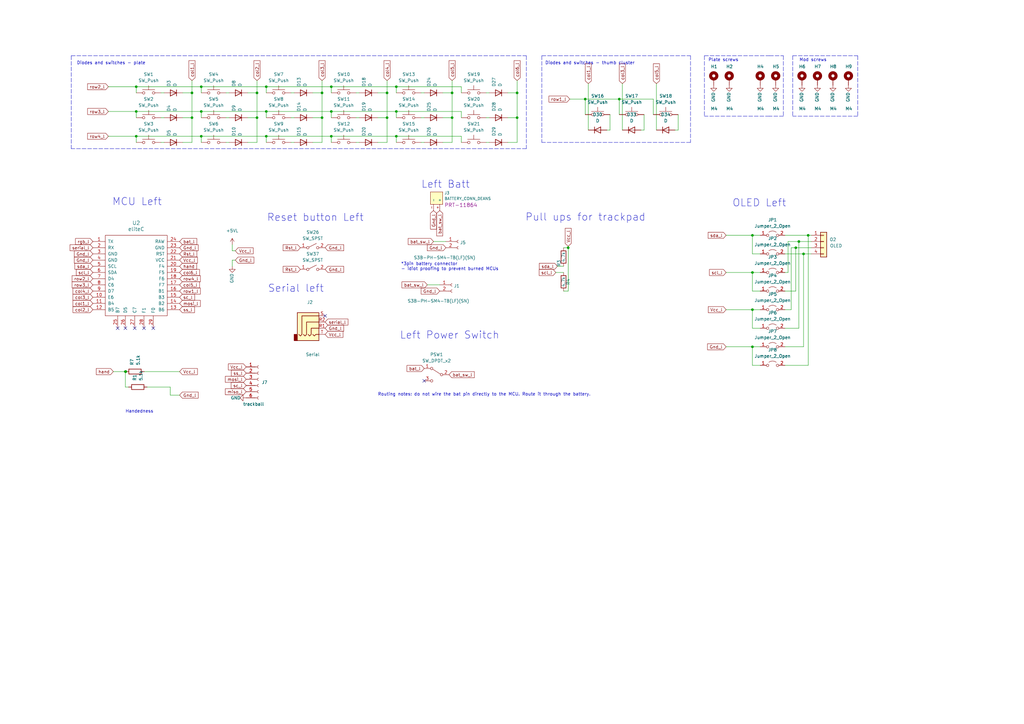
<source format=kicad_sch>
(kicad_sch (version 20211123) (generator eeschema)
  (paper "A3")
  (lib_symbols
    (symbol "Connector:AudioJack4"
      (property "Reference" "J" (at 0 8.89 0))
      (property "Value" "AudioJack4" (at 0 6.35 0))
      (symbol "AudioJack4_0_1"
        (rectangle (start -6.35 -5.08) (end -7.62 -7.62) (stroke (width 0.254)) (fill (type outline)))
        (polyline (pts (xy 0 -5.08) (xy 0.635 -5.715) (xy 1.27 -5.08) (xy 2.54 -5.08)) (stroke (width 0.254)))
        (polyline (pts (xy -5.715 -5.08) (xy -5.08 -5.715) (xy -4.445 -5.08) (xy -4.445 2.54) (xy 2.54 2.54)) (stroke (width 0.254)))
        (polyline (pts (xy -1.905 -5.08) (xy -1.27 -5.715) (xy -0.635 -5.08) (xy -0.635 -2.54) (xy 2.54 -2.54)) (stroke (width 0.254)))
        (polyline (pts (xy 2.54 0) (xy -2.54 0) (xy -2.54 -5.08) (xy -3.175 -5.715) (xy -3.81 -5.08)) (stroke (width 0.254)))
        (rectangle (start 2.54 3.81) (end -6.35 -7.62) (stroke (width 0.254)) (fill (type background)))
      )
      (symbol "AudioJack4_1_1"
        (pin passive line (at 5.08 -2.54 180) (length 2.54) (name "~") (number "R1"))
        (pin passive line (at 5.08 0 180) (length 2.54) (name "~") (number "R2"))
        (pin passive line (at 5.08 2.54 180) (length 2.54) (name "~") (number "S"))
        (pin passive line (at 5.08 -5.08 180) (length 2.54) (name "~") (number "T"))
      )
    )
    (symbol "Connector:Conn_01x02_Female" (pin_names (offset 1.016) hide)
      (property "Reference" "J" (at 0 2.54 0))
      (property "Value" "Conn_01x02_Female" (at 0 -5.08 0))
      (symbol "Conn_01x02_Female_1_1"
        (arc (start 0 -2.032) (mid -0.508 -2.54) (end 0 -3.048) (stroke (width 0.1524)))
        (polyline (pts (xy -1.27 -2.54) (xy -0.508 -2.54)) (stroke (width 0.1524)))
        (polyline (pts (xy -1.27 0) (xy -0.508 0)) (stroke (width 0.1524)))
        (arc (start 0 0.508) (mid -0.508 0) (end 0 -0.508) (stroke (width 0.1524)))
        (pin passive line (at -5.08 0 0) (length 3.81) (name "Pin_1") (number "1"))
        (pin passive line (at -5.08 -2.54 0) (length 3.81) (name "Pin_2") (number "2"))
      )
    )
    (symbol "Connector:Conn_01x06_Female" (pin_names (offset 1.016) hide)
      (property "Reference" "J" (at 0 7.62 0))
      (property "Value" "Conn_01x06_Female" (at 0 -10.16 0))
      (symbol "Conn_01x06_Female_1_1"
        (arc (start 0 -7.112) (mid -0.508 -7.62) (end 0 -8.128) (stroke (width 0.1524)))
        (arc (start 0 -4.572) (mid -0.508 -5.08) (end 0 -5.588) (stroke (width 0.1524)))
        (arc (start 0 -2.032) (mid -0.508 -2.54) (end 0 -3.048) (stroke (width 0.1524)))
        (polyline (pts (xy -1.27 -7.62) (xy -0.508 -7.62)) (stroke (width 0.1524)))
        (polyline (pts (xy -1.27 -5.08) (xy -0.508 -5.08)) (stroke (width 0.1524)))
        (polyline (pts (xy -1.27 -2.54) (xy -0.508 -2.54)) (stroke (width 0.1524)))
        (polyline (pts (xy -1.27 0) (xy -0.508 0)) (stroke (width 0.1524)))
        (polyline (pts (xy -1.27 2.54) (xy -0.508 2.54)) (stroke (width 0.1524)))
        (polyline (pts (xy -1.27 5.08) (xy -0.508 5.08)) (stroke (width 0.1524)))
        (arc (start 0 0.508) (mid -0.508 0) (end 0 -0.508) (stroke (width 0.1524)))
        (arc (start 0 3.048) (mid -0.508 2.54) (end 0 2.032) (stroke (width 0.1524)))
        (arc (start 0 5.588) (mid -0.508 5.08) (end 0 4.572) (stroke (width 0.1524)))
        (pin passive line (at -5.08 5.08 0) (length 3.81) (name "Pin_1") (number "1"))
        (pin passive line (at -5.08 2.54 0) (length 3.81) (name "Pin_2") (number "2"))
        (pin passive line (at -5.08 0 0) (length 3.81) (name "Pin_3") (number "3"))
        (pin passive line (at -5.08 -2.54 0) (length 3.81) (name "Pin_4") (number "4"))
        (pin passive line (at -5.08 -5.08 0) (length 3.81) (name "Pin_5") (number "5"))
        (pin passive line (at -5.08 -7.62 0) (length 3.81) (name "Pin_6") (number "6"))
      )
    )
    (symbol "Connector_Generic:Conn_01x04" (pin_names (offset 1.016) hide)
      (property "Reference" "J" (at 0 5.08 0))
      (property "Value" "Conn_01x04" (at 0 -7.62 0))
      (symbol "Conn_01x04_1_1"
        (rectangle (start -1.27 -4.953) (end 0 -5.207) (stroke (width 0.1524)))
        (rectangle (start -1.27 -2.413) (end 0 -2.667) (stroke (width 0.1524)))
        (rectangle (start -1.27 0.127) (end 0 -0.127) (stroke (width 0.1524)))
        (rectangle (start -1.27 2.667) (end 0 2.413) (stroke (width 0.1524)))
        (rectangle (start -1.27 3.81) (end 1.27 -6.35) (stroke (width 0.254)) (fill (type background)))
        (pin passive line (at -5.08 2.54 0) (length 3.81) (name "Pin_1") (number "1"))
        (pin passive line (at -5.08 0 0) (length 3.81) (name "Pin_2") (number "2"))
        (pin passive line (at -5.08 -2.54 0) (length 3.81) (name "Pin_3") (number "3"))
        (pin passive line (at -5.08 -5.08 0) (length 3.81) (name "Pin_4") (number "4"))
      )
    )
    (symbol "Device:D" (pin_numbers hide) (pin_names (offset 1.016) hide)
      (property "Reference" "D" (at 0 2.54 0))
      (property "Value" "D" (at 0 -2.54 0))
      (symbol "D_0_1"
        (polyline (pts (xy -1.27 1.27) (xy -1.27 -1.27)) (stroke (width 0.254)))
        (polyline (pts (xy 1.27 0) (xy -1.27 0)))
        (polyline (pts (xy 1.27 1.27) (xy 1.27 -1.27) (xy -1.27 0) (xy 1.27 1.27)) (stroke (width 0.254)))
      )
      (symbol "D_1_1"
        (pin passive line (at -3.81 0 0) (length 2.54) (name "K") (number "1"))
        (pin passive line (at 3.81 0 180) (length 2.54) (name "A") (number "2"))
      )
    )
    (symbol "Device:R" (pin_numbers hide) (pin_names (offset 0))
      (property "Reference" "R" (at 2.032 0 90))
      (property "Value" "R" (at 0 0 90))
      (symbol "R_0_1"
        (rectangle (start -1.016 -2.54) (end 1.016 2.54) (stroke (width 0.254)))
      )
      (symbol "R_1_1"
        (pin passive line (at 0 3.81 270) (length 1.27) (name "~") (number "1"))
        (pin passive line (at 0 -3.81 90) (length 1.27) (name "~") (number "2"))
      )
    )
    (symbol "Jumper:Jumper_2_Open" (pin_names (offset 0) hide)
      (property "Reference" "JP" (at 0 2.794 0))
      (property "Value" "Jumper_2_Open" (at 0 -2.286 0))
      (symbol "Jumper_2_Open_0_0"
        (circle (center -2.032 0) (radius 0.508))
        (circle (center 2.032 0) (radius 0.508))
      )
      (symbol "Jumper_2_Open_0_1"
        (arc (start 1.524 1.27) (mid 0 1.778) (end -1.524 1.27))
      )
      (symbol "Jumper_2_Open_1_1"
        (pin passive line (at -5.08 0 0) (length 2.54) (name "A") (number "1"))
        (pin passive line (at 5.08 0 180) (length 2.54) (name "B") (number "2"))
      )
    )
    (symbol "Mechanical:MountingHole_Pad" (pin_numbers hide) (pin_names (offset 1.016) hide)
      (property "Reference" "H" (at 0 6.35 0))
      (property "Value" "MountingHole_Pad" (at 0 4.445 0))
      (symbol "MountingHole_Pad_0_1"
        (circle (center 0 1.27) (radius 1.27) (stroke (width 1.27)))
      )
      (symbol "MountingHole_Pad_1_1"
        (pin input line (at 0 -2.54 90) (length 2.54) (name "1") (number "1"))
      )
    )
    (symbol "SparkFun-Connectors:BATTERY_CONN_DEANS" (pin_names (offset 1.016))
      (property "Reference" "J" (at -5.08 5.08 0))
      (property "Value" "BATTERY_CONN_DEANS" (at -5.08 -3.81 0))
      (property "Field4" "PRT-11864" (at 0 8.89 0))
      (symbol "BATTERY_CONN_DEANS_0_1"
        (rectangle (start 0 3.81) (end -5.08 -1.27) (fill (type background)))
      )
      (symbol "BATTERY_CONN_DEANS_1_1"
        (pin passive line (at 2.54 2.54 180) (length 2.54) (name "+") (number "+"))
        (pin passive line (at 2.54 0 180) (length 2.54) (name "-") (number "-"))
      )
    )
    (symbol "Switch:SW_Push" (pin_numbers hide) (pin_names hide)
      (property "Reference" "SW" (at 1.27 2.54 0))
      (property "Value" "SW_Push" (at 0 -1.524 0))
      (symbol "SW_Push_0_1"
        (circle (center -2.032 0) (radius 0.508))
        (polyline (pts (xy 0 1.27) (xy 0 3.048)))
        (polyline (pts (xy 2.54 1.27) (xy -2.54 1.27)))
        (circle (center 2.032 0) (radius 0.508))
        (pin passive line (at -5.08 0 0) (length 2.54) (name "1") (number "1"))
        (pin passive line (at 5.08 0 180) (length 2.54) (name "2") (number "2"))
      )
    )
    (symbol "Switch:SW_SPST" (pin_names (offset 0) hide)
      (property "Reference" "SW" (at 0 3.175 0))
      (property "Value" "SW_SPST" (at 0 -2.54 0))
      (symbol "SW_SPST_0_0"
        (circle (center -2.032 0) (radius 0.508))
        (polyline (pts (xy -1.524 0.254) (xy 1.524 1.778)))
        (circle (center 2.032 0) (radius 0.508))
      )
      (symbol "SW_SPST_1_1"
        (pin passive line (at -5.08 0 0) (length 2.54) (name "A") (number "1"))
        (pin passive line (at 5.08 0 180) (length 2.54) (name "B") (number "2"))
      )
    )
    (symbol "elite-C:eliteC" (pin_names (offset 1.016))
      (property "Reference" "U" (at 0 24.13 0))
      (property "Value" "eliteC" (at 0 -13.97 0))
      (symbol "eliteC_0_1"
        (rectangle (start -12.7 21.59) (end 12.7 -11.43))
      )
      (symbol "eliteC_1_1"
        (pin bidirectional line (at -17.78 19.05 0) (length 5.08) (name "TX") (number "1"))
        (pin bidirectional line (at -17.78 -3.81 0) (length 5.08) (name "E6") (number "10"))
        (pin bidirectional line (at -17.78 -6.35 0) (length 5.08) (name "B4") (number "11"))
        (pin bidirectional line (at -17.78 -8.89 0) (length 5.08) (name "B5") (number "12"))
        (pin bidirectional line (at 17.78 -8.89 180) (length 5.08) (name "B6") (number "13"))
        (pin bidirectional line (at 17.78 -6.35 180) (length 5.08) (name "B2") (number "14"))
        (pin bidirectional line (at 17.78 -3.81 180) (length 5.08) (name "B3") (number "15"))
        (pin bidirectional line (at 17.78 -1.27 180) (length 5.08) (name "B1") (number "16"))
        (pin bidirectional line (at 17.78 1.27 180) (length 5.08) (name "F7") (number "17"))
        (pin bidirectional line (at 17.78 3.81 180) (length 5.08) (name "F6") (number "18"))
        (pin bidirectional line (at 17.78 6.35 180) (length 5.08) (name "F5") (number "19"))
        (pin bidirectional line (at -17.78 16.51 0) (length 5.08) (name "RX") (number "2"))
        (pin bidirectional line (at 17.78 8.89 180) (length 5.08) (name "F4") (number "20"))
        (pin power_in line (at 17.78 11.43 180) (length 5.08) (name "VCC") (number "21"))
        (pin input line (at 17.78 13.97 180) (length 5.08) (name "RST") (number "22"))
        (pin power_in line (at 17.78 16.51 180) (length 5.08) (name "GND") (number "23"))
        (pin power_out line (at 17.78 19.05 180) (length 5.08) (name "RAW") (number "24"))
        (pin bidirectional line (at -7.62 -16.51 90) (length 5.08) (name "B7") (number "25"))
        (pin bidirectional line (at -4.445 -16.51 90) (length 5.08) (name "D5") (number "26"))
        (pin bidirectional line (at -0.635 -16.51 90) (length 5.08) (name "C7") (number "27"))
        (pin bidirectional line (at 3.175 -16.51 90) (length 5.08) (name "F1") (number "28"))
        (pin bidirectional line (at 6.985 -16.51 90) (length 5.08) (name "F0") (number "29"))
        (pin power_in line (at -17.78 13.97 0) (length 5.08) (name "GND") (number "3"))
        (pin power_in line (at -17.78 11.43 0) (length 5.08) (name "GND") (number "4"))
        (pin bidirectional line (at -17.78 8.89 0) (length 5.08) (name "SCL") (number "5"))
        (pin bidirectional line (at -17.78 6.35 0) (length 5.08) (name "SDA") (number "6"))
        (pin bidirectional line (at -17.78 3.81 0) (length 5.08) (name "D4") (number "7"))
        (pin bidirectional line (at -17.78 1.27 0) (length 5.08) (name "C6") (number "8"))
        (pin bidirectional line (at -17.78 -1.27 0) (length 5.08) (name "D7") (number "9"))
      )
    )
    (symbol "jiran-ble:SW_DPDT" (pin_names hide)
      (property "Reference" "SW" (at 0 7.62 0))
      (property "Value" "SW_DPDT" (at 0 5.715 0))
      (symbol "SW_DPDT_0_0"
        (circle (center -3.302 0) (radius 0.508))
        (circle (center 0.762 -2.54) (radius 0.508))
      )
      (symbol "SW_DPDT_0_1"
        (polyline (pts (xy -2.794 0.254) (xy 0.381 2.286)))
        (circle (center 0.762 2.54) (radius 0.508))
      )
      (symbol "SW_DPDT_1_1"
        (pin passive line (at 3.81 2.54 180) (length 2.54) (name "A") (number "1"))
        (pin passive line (at -6.35 0 0) (length 2.54) (name "B") (number "2"))
        (pin passive line (at 3.81 -2.54 180) (length 2.54) (name "C") (number "3"))
      )
    )
    (symbol "power:+5VL" (power) (pin_names (offset 0))
      (property "Value" "+5VL" (at 0 3.556 0))
      (symbol "+5VL_0_1"
        (polyline (pts (xy -0.762 1.27) (xy 0 2.54)))
        (polyline (pts (xy 0 0) (xy 0 2.54)))
        (polyline (pts (xy 0 2.54) (xy 0.762 1.27)))
      )
      (symbol "+5VL_1_1"
        (pin power_in line (at 0 0 90) (length 0) hide (name "+5VL") (number "1"))
      )
    )
    (symbol "power:GND" (power) (pin_names (offset 0))
      (property "Value" "GND" (at 0 -3.81 0))
      (symbol "GND_0_1"
        (polyline (pts (xy 0 0) (xy 0 -1.27) (xy 1.27 -1.27) (xy 0 -2.54) (xy -1.27 -1.27) (xy 0 -1.27)))
      )
      (symbol "GND_1_1"
        (pin power_in line (at 0 0 270) (length 0) hide (name "GND") (number "1"))
      )
    )
  )
  (junction (at 162.56 45.72))
  (junction (at 308.61 127))
  (junction (at 109.22 45.72))
  (junction (at 254 40.64))
  (junction (at 240.03 40.64))
  (junction (at 82.55 55.88))
  (junction (at 162.56 55.88))
  (junction (at 308.61 111.76))
  (junction (at 55.88 55.88))
  (junction (at 327.66 99.06))
  (junction (at 105.41 38.1))
  (junction (at 109.22 35.56))
  (junction (at 233.045 101.6))
  (junction (at 185.42 38.1))
  (junction (at 162.56 35.56))
  (junction (at 135.89 55.88))
  (junction (at 331.47 96.52))
  (junction (at 82.55 35.56))
  (junction (at 329.565 104.14))
  (junction (at 132.08 38.1))
  (junction (at 158.75 38.1))
  (junction (at 132.08 48.26))
  (junction (at 135.89 45.72))
  (junction (at 185.42 48.26))
  (junction (at 82.55 45.72))
  (junction (at 51.562 152.4))
  (junction (at 109.22 55.88))
  (junction (at 308.61 142.24))
  (junction (at 212.09 48.26))
  (junction (at 135.89 35.56))
  (junction (at 78.74 38.1))
  (junction (at 105.41 48.26))
  (junction (at 326.39 101.6))
  (junction (at 55.88 35.56))
  (junction (at 158.75 48.26))
  (junction (at 212.09 38.1))
  (junction (at 308.61 96.52))
  (junction (at 55.88 45.72))
  (junction (at 78.74 48.26))
  (junction (at 51.435 152.4))
  (no_connect (at 173.99 156.21))
  (no_connect (at 133.35 129.54))
  (no_connect (at 48.26 134.62))
  (no_connect (at 55.245 134.62))
  (no_connect (at 59.055 134.62))
  (no_connect (at 51.435 134.62))
  (no_connect (at 62.865 134.62))
  (wire (pts (xy 146.05 38.1) (xy 147.32 38.1)))
  (wire (pts (xy 185.42 48.26) (xy 185.42 58.42)))
  (wire (pts (xy 327.66 99.06) (xy 332.74 99.06)))
  (wire (pts (xy 181.61 48.26) (xy 185.42 48.26)))
  (wire (pts (xy 109.22 58.42) (xy 109.22 55.88)))
  (wire (pts (xy 135.89 45.72) (xy 162.56 45.72)))
  (wire (pts (xy 278.13 46.99) (xy 278.13 53.34)))
  (wire (pts (xy 55.88 35.56) (xy 82.55 35.56)))
  (wire (pts (xy 255.27 34.29) (xy 255.27 53.34)))
  (wire (pts (xy 308.61 142.24) (xy 308.61 149.86)))
  (wire (pts (xy 55.88 58.42) (xy 55.88 55.88)))
  (wire (pts (xy 82.55 45.72) (xy 109.22 45.72)))
  (wire (pts (xy 241.3 34.29) (xy 241.3 53.34)))
  (polyline (pts (xy 351.79 22.86) (xy 351.79 47.625)))
  (wire (pts (xy 109.22 55.88) (xy 135.89 55.88)))
  (wire (pts (xy 158.75 38.1) (xy 158.75 48.26)))
  (wire (pts (xy 308.61 134.62) (xy 308.61 127)))
  (wire (pts (xy 297.815 142.24) (xy 308.61 142.24)))
  (wire (pts (xy 92.71 58.42) (xy 93.98 58.42)))
  (wire (pts (xy 82.55 38.1) (xy 82.55 35.56)))
  (wire (pts (xy 254 40.64) (xy 254 46.99)))
  (polyline (pts (xy 288.925 22.86) (xy 315.595 22.86)))
  (wire (pts (xy 212.09 38.1) (xy 212.09 48.26)))
  (wire (pts (xy 324.485 101.6) (xy 326.39 101.6)))
  (wire (pts (xy 162.56 55.88) (xy 189.23 55.88)))
  (wire (pts (xy 109.22 38.1) (xy 109.22 35.56)))
  (wire (pts (xy 323.215 99.06) (xy 327.66 99.06)))
  (wire (pts (xy 278.13 53.34) (xy 276.86 53.34)))
  (wire (pts (xy 308.61 111.76) (xy 311.785 111.76)))
  (polyline (pts (xy 325.12 22.86) (xy 351.79 22.86)))
  (wire (pts (xy 128.27 48.26) (xy 132.08 48.26)))
  (wire (pts (xy 135.89 58.42) (xy 135.89 55.88)))
  (polyline (pts (xy 315.595 47.625) (xy 288.925 47.625)))
  (wire (pts (xy 66.04 38.1) (xy 67.31 38.1)))
  (wire (pts (xy 311.785 134.62) (xy 308.61 134.62)))
  (polyline (pts (xy 288.925 22.86) (xy 288.925 47.625)))
  (wire (pts (xy 55.88 38.1) (xy 55.88 35.56)))
  (wire (pts (xy 162.56 35.56) (xy 189.23 35.56)))
  (wire (pts (xy 105.41 38.1) (xy 105.41 48.26)))
  (wire (pts (xy 59.182 152.4) (xy 73.66 152.4)))
  (wire (pts (xy 105.41 33.02) (xy 105.41 38.1)))
  (wire (pts (xy 162.56 45.72) (xy 189.23 45.72)))
  (wire (pts (xy 181.61 58.42) (xy 185.42 58.42)))
  (wire (pts (xy 199.39 38.1) (xy 200.66 38.1)))
  (wire (pts (xy 46.482 152.4) (xy 51.435 152.4)))
  (wire (pts (xy 321.945 96.52) (xy 331.47 96.52)))
  (wire (pts (xy 162.56 48.26) (xy 162.56 45.72)))
  (wire (pts (xy 269.24 34.29) (xy 269.24 53.34)))
  (wire (pts (xy 254 40.64) (xy 267.97 40.64)))
  (wire (pts (xy 154.94 48.26) (xy 158.75 48.26)))
  (wire (pts (xy 199.39 58.42) (xy 200.66 58.42)))
  (wire (pts (xy 78.74 48.26) (xy 78.74 58.42)))
  (wire (pts (xy 326.39 119.38) (xy 326.39 101.6)))
  (wire (pts (xy 105.41 48.26) (xy 105.41 58.42)))
  (wire (pts (xy 82.55 58.42) (xy 82.55 55.88)))
  (wire (pts (xy 82.55 35.56) (xy 109.22 35.56)))
  (wire (pts (xy 297.815 111.76) (xy 308.61 111.76)))
  (wire (pts (xy 228.6 109.22) (xy 231.14 109.22)))
  (wire (pts (xy 51.435 152.4) (xy 51.435 158.75)))
  (wire (pts (xy 321.945 134.62) (xy 327.66 134.62)))
  (wire (pts (xy 326.39 101.6) (xy 332.74 101.6)))
  (wire (pts (xy 185.42 38.1) (xy 185.42 48.26)))
  (wire (pts (xy 162.56 58.42) (xy 162.56 55.88)))
  (wire (pts (xy 60.325 158.75) (xy 69.85 158.75)))
  (wire (pts (xy 321.945 119.38) (xy 326.39 119.38)))
  (wire (pts (xy 51.435 152.4) (xy 51.562 152.4)))
  (wire (pts (xy 128.27 58.42) (xy 132.08 58.42)))
  (wire (pts (xy 267.97 40.64) (xy 267.97 46.99)))
  (wire (pts (xy 128.27 38.1) (xy 132.08 38.1)))
  (wire (pts (xy 212.09 33.02) (xy 212.09 38.1)))
  (wire (pts (xy 66.04 58.42) (xy 67.31 58.42)))
  (wire (pts (xy 132.08 38.1) (xy 132.08 48.26)))
  (wire (pts (xy 95.25 106.68) (xy 96.52 106.68)))
  (wire (pts (xy 82.55 55.88) (xy 109.22 55.88)))
  (wire (pts (xy 308.61 96.52) (xy 311.785 96.52)))
  (wire (pts (xy 231.14 101.6) (xy 233.045 101.6)))
  (polyline (pts (xy 325.12 22.86) (xy 325.12 47.625)))
  (wire (pts (xy 78.74 33.02) (xy 78.74 38.1)))
  (wire (pts (xy 208.28 38.1) (xy 212.09 38.1)))
  (wire (pts (xy 95.25 102.87) (xy 96.52 102.87)))
  (polyline (pts (xy 215.9 22.86) (xy 215.9 60.96)))
  (wire (pts (xy 189.23 55.88) (xy 189.23 58.42)))
  (wire (pts (xy 321.945 104.14) (xy 329.565 104.14)))
  (wire (pts (xy 172.72 48.26) (xy 173.99 48.26)))
  (wire (pts (xy 240.03 40.64) (xy 254 40.64)))
  (wire (pts (xy 162.56 38.1) (xy 162.56 35.56)))
  (polyline (pts (xy 283.21 22.86) (xy 283.21 58.42)))
  (wire (pts (xy 74.93 58.42) (xy 78.74 58.42)))
  (wire (pts (xy 331.47 149.86) (xy 331.47 96.52)))
  (wire (pts (xy 323.215 111.76) (xy 323.215 99.06)))
  (wire (pts (xy 208.28 58.42) (xy 212.09 58.42)))
  (wire (pts (xy 308.61 142.24) (xy 311.785 142.24)))
  (wire (pts (xy 327.66 134.62) (xy 327.66 99.06)))
  (wire (pts (xy 55.88 48.26) (xy 55.88 45.72)))
  (wire (pts (xy 69.85 158.75) (xy 69.85 162.052)))
  (wire (pts (xy 135.89 38.1) (xy 135.89 35.56)))
  (wire (pts (xy 311.785 104.14) (xy 308.61 104.14)))
  (wire (pts (xy 78.74 38.1) (xy 78.74 48.26)))
  (wire (pts (xy 321.945 111.76) (xy 323.215 111.76)))
  (wire (pts (xy 92.71 48.26) (xy 93.98 48.26)))
  (wire (pts (xy 66.04 48.26) (xy 67.31 48.26)))
  (wire (pts (xy 199.39 48.26) (xy 200.66 48.26)))
  (wire (pts (xy 55.88 55.88) (xy 82.55 55.88)))
  (wire (pts (xy 109.22 35.56) (xy 135.89 35.56)))
  (wire (pts (xy 181.61 38.1) (xy 185.42 38.1)))
  (polyline (pts (xy 215.9 60.96) (xy 29.21 60.96)))
  (wire (pts (xy 109.22 48.26) (xy 109.22 45.72)))
  (wire (pts (xy 233.68 40.64) (xy 240.03 40.64)))
  (wire (pts (xy 119.38 58.42) (xy 120.65 58.42)))
  (wire (pts (xy 324.485 127) (xy 324.485 101.6)))
  (polyline (pts (xy 29.21 22.86) (xy 215.9 22.86)))
  (wire (pts (xy 264.16 53.34) (xy 262.89 53.34)))
  (polyline (pts (xy 283.21 58.42) (xy 222.25 58.42)))
  (wire (pts (xy 321.945 127) (xy 324.485 127)))
  (wire (pts (xy 297.815 96.52) (xy 308.61 96.52)))
  (wire (pts (xy 101.6 58.42) (xy 105.41 58.42)))
  (wire (pts (xy 146.05 58.42) (xy 147.32 58.42)))
  (wire (pts (xy 95.25 100.33) (xy 95.25 102.87)))
  (wire (pts (xy 119.38 38.1) (xy 120.65 38.1)))
  (wire (pts (xy 172.72 58.42) (xy 173.99 58.42)))
  (polyline (pts (xy 29.21 22.86) (xy 29.21 60.96)))
  (wire (pts (xy 109.22 45.72) (xy 135.89 45.72)))
  (wire (pts (xy 297.815 127) (xy 308.61 127)))
  (wire (pts (xy 208.28 48.26) (xy 212.09 48.26)))
  (wire (pts (xy 119.38 48.26) (xy 120.65 48.26)))
  (wire (pts (xy 231.14 119.38) (xy 233.045 119.38)))
  (wire (pts (xy 135.89 48.26) (xy 135.89 45.72)))
  (wire (pts (xy 240.03 40.64) (xy 240.03 46.99)))
  (wire (pts (xy 227.965 111.76) (xy 231.14 111.76)))
  (wire (pts (xy 329.565 142.24) (xy 329.565 104.14)))
  (wire (pts (xy 44.45 45.72) (xy 55.88 45.72)))
  (wire (pts (xy 132.08 48.26) (xy 132.08 58.42)))
  (wire (pts (xy 308.61 149.86) (xy 311.785 149.86)))
  (wire (pts (xy 175.26 116.84) (xy 180.34 116.84)))
  (wire (pts (xy 74.93 48.26) (xy 78.74 48.26)))
  (wire (pts (xy 250.19 53.34) (xy 248.92 53.34)))
  (wire (pts (xy 135.89 55.88) (xy 162.56 55.88)))
  (polyline (pts (xy 222.25 22.86) (xy 283.21 22.86)))
  (wire (pts (xy 185.42 33.02) (xy 185.42 38.1)))
  (wire (pts (xy 146.05 48.26) (xy 147.32 48.26)))
  (wire (pts (xy 82.55 48.26) (xy 82.55 45.72)))
  (wire (pts (xy 233.045 101.6) (xy 233.045 119.38)))
  (wire (pts (xy 212.09 48.26) (xy 212.09 58.42)))
  (wire (pts (xy 189.23 45.72) (xy 189.23 48.26)))
  (wire (pts (xy 329.565 104.14) (xy 332.74 104.14)))
  (wire (pts (xy 69.85 162.052) (xy 73.66 162.052)))
  (wire (pts (xy 55.88 45.72) (xy 82.55 45.72)))
  (wire (pts (xy 331.47 96.52) (xy 332.74 96.52)))
  (polyline (pts (xy 321.31 47.625) (xy 315.595 47.625)))
  (polyline (pts (xy 351.79 47.625) (xy 325.12 47.625)))
  (wire (pts (xy 135.89 35.56) (xy 162.56 35.56)))
  (wire (pts (xy 154.94 38.1) (xy 158.75 38.1)))
  (wire (pts (xy 308.61 104.14) (xy 308.61 96.52)))
  (wire (pts (xy 233.045 100.965) (xy 233.045 101.6)))
  (wire (pts (xy 101.6 48.26) (xy 105.41 48.26)))
  (wire (pts (xy 264.16 46.99) (xy 264.16 53.34)))
  (wire (pts (xy 74.93 38.1) (xy 78.74 38.1)))
  (wire (pts (xy 250.19 46.99) (xy 250.19 53.34)))
  (wire (pts (xy 132.08 33.02) (xy 132.08 38.1)))
  (wire (pts (xy 158.75 33.02) (xy 158.75 38.1)))
  (wire (pts (xy 101.6 38.1) (xy 105.41 38.1)))
  (wire (pts (xy 44.45 35.56) (xy 55.88 35.56)))
  (wire (pts (xy 189.23 35.56) (xy 189.23 38.1)))
  (wire (pts (xy 321.945 149.86) (xy 331.47 149.86)))
  (wire (pts (xy 92.71 38.1) (xy 93.98 38.1)))
  (wire (pts (xy 154.94 58.42) (xy 158.75 58.42)))
  (wire (pts (xy 308.61 127) (xy 311.785 127)))
  (polyline (pts (xy 315.595 22.86) (xy 321.31 22.86)))
  (wire (pts (xy 52.705 158.75) (xy 51.435 158.75)))
  (wire (pts (xy 44.45 55.88) (xy 55.88 55.88)))
  (wire (pts (xy 172.72 38.1) (xy 173.99 38.1)))
  (polyline (pts (xy 321.31 22.86) (xy 321.31 47.625)))
  (wire (pts (xy 95.25 109.22) (xy 95.25 106.68)))
  (polyline (pts (xy 222.25 22.86) (xy 222.25 58.42)))
  (wire (pts (xy 321.945 142.24) (xy 329.565 142.24)))
  (wire (pts (xy 177.8 99.06) (xy 182.88 99.06)))
  (wire (pts (xy 311.785 119.38) (xy 308.61 119.38)))
  (wire (pts (xy 158.75 48.26) (xy 158.75 58.42)))
  (wire (pts (xy 308.61 119.38) (xy 308.61 111.76)))
  (text "MCU Left" (at 45.974 84.582 0) (effects (font (size 3 3)) (justify left bottom)))
  (text "Left Batt" (at 172.72 77.47 0) (effects (font (size 3 3)) (justify left bottom)))
  (text "Handedness" (at 51.435 169.545 0) (effects (font (size 1.27 1.27)) (justify left bottom)))
  (text "Plate screws" (at 302.895 25.4 180) (effects (font (size 1.27 1.27)) (justify right bottom)))
  (text "Routing notes: do not wire the bat pin directly to the MCU. Route it through the battery." (at 154.94 162.56 0) (effects (font (size 1.27 1.27)) (justify left bottom)))
  (text "Serial left" (at 109.855 120.142 0) (effects (font (size 3 3)) (justify left bottom)))
  (text "Diodes and switches - plate" (at 59.69 26.67 180) (effects (font (size 1.27 1.27)) (justify right bottom)))
  (text "Reset button Left" (at 109.474 91.059 0) (effects (font (size 3 3)) (justify left bottom)))
  (text "Pull ups for trackpad" (at 215.392 90.932 0) (effects (font (size 3 3)) (justify left bottom)))
  (text "Mod screws" (at 339.09 25.4 180) (effects (font (size 1.27 1.27)) (justify right bottom)))
  (text "Left Power Switch" (at 163.957 139.319 0) (effects (font (size 3 3)) (justify left bottom)))
  (text "OLED Left" (at 300.355 85.09 0) (effects (font (size 3 3)) (justify left bottom)))
  (text "Diodes and switches - thumb cluster" (at 260.35 26.67 180) (effects (font (size 1.27 1.27)) (justify right bottom)))
  (text "*3pin battery connector\n- idiot proofing to prevent burned MCUs" (at 164.465 111.125 0) (effects (font (size 1.27 1.27)) (justify left bottom)))
  (global_label "serial_l" (shape input) (at 38.1 101.6 180) (property "Intersheet References" "${INTERSHEET_REFS}" (effects hide)))
  (global_label "Gnd_l" (shape input) (at 182.88 101.6 180) (property "Intersheet References" "${INTERSHEET_REFS}" (effects hide)))
  (global_label "row1_l" (shape input) (at 73.66 119.38 0) (property "Intersheet References" "${INTERSHEET_REFS}" (effects hide)))
  (global_label "rgb_l" (shape input) (at 38.1 99.06 180) (property "Intersheet References" "${INTERSHEET_REFS}" (effects hide)))
  (global_label "Gnd_l" (shape input) (at 133.35 101.6 0) (property "Intersheet References" "${INTERSHEET_REFS}" (effects hide)))
  (global_label "col1_l" (shape input) (at 241.3 34.29 90) (property "Intersheet References" "${INTERSHEET_REFS}" (effects hide)))
  (global_label "Vcc_l" (shape input) (at 96.52 102.87 0) (property "Intersheet References" "${INTERSHEET_REFS}" (effects hide)))
  (global_label "col4_l" (shape input) (at 38.1 119.38 180) (property "Intersheet References" "${INTERSHEET_REFS}" (effects hide)))
  (global_label "miso_l" (shape input) (at 100.965 160.655 180) (property "Intersheet References" "${INTERSHEET_REFS}" (effects hide)))
  (global_label "col3_l" (shape input) (at 255.27 34.29 90) (property "Intersheet References" "${INTERSHEET_REFS}" (effects hide)))
  (global_label "Rst_l" (shape input) (at 73.66 104.14 0) (property "Intersheet References" "${INTERSHEET_REFS}" (effects hide)))
  (global_label "Gnd_l" (shape input) (at 133.35 110.49 0) (property "Intersheet References" "${INTERSHEET_REFS}" (effects hide)))
  (global_label "mosi_l" (shape input) (at 100.965 155.575 180) (property "Intersheet References" "${INTERSHEET_REFS}" (effects hide)))
  (global_label "bat_l" (shape input) (at 73.66 99.06 0) (property "Intersheet References" "${INTERSHEET_REFS}" (effects hide)))
  (global_label "Gnd_l" (shape input) (at 73.66 101.6 0) (property "Intersheet References" "${INTERSHEET_REFS}" (effects hide)))
  (global_label "bat_l" (shape input) (at 173.99 151.13 180) (property "Intersheet References" "${INTERSHEET_REFS}" (effects hide)))
  (global_label "hand" (shape input) (at 73.66 109.22 0) (property "Intersheet References" "${INTERSHEET_REFS}" (effects hide)))
  (global_label "sc_l" (shape input) (at 100.965 158.115 180) (property "Intersheet References" "${INTERSHEET_REFS}" (effects hide)))
  (global_label "sda_l" (shape input) (at 228.6 109.22 180) (property "Intersheet References" "${INTERSHEET_REFS}" (effects hide)))
  (global_label "Gnd_l" (shape input) (at 180.34 119.38 180) (property "Intersheet References" "${INTERSHEET_REFS}" (effects hide)))
  (global_label "mosi_l" (shape input) (at 73.66 124.46 0) (property "Intersheet References" "${INTERSHEET_REFS}" (effects hide)))
  (global_label "ss_l" (shape input) (at 100.965 153.035 180) (property "Intersheet References" "${INTERSHEET_REFS}" (effects hide)))
  (global_label "row4_l" (shape input) (at 73.66 114.3 0) (property "Intersheet References" "${INTERSHEET_REFS}" (effects hide)))
  (global_label "row2_l" (shape input) (at 44.45 35.56 180) (property "Intersheet References" "${INTERSHEET_REFS}" (effects hide)))
  (global_label "col2_l" (shape input) (at 105.41 33.02 90) (property "Intersheet References" "${INTERSHEET_REFS}" (effects hide)))
  (global_label "Vcc_l" (shape input) (at 73.66 152.4 0) (property "Intersheet References" "${INTERSHEET_REFS}" (effects hide)))
  (global_label "col5_l" (shape input) (at 73.66 116.84 0) (property "Intersheet References" "${INTERSHEET_REFS}" (effects hide)))
  (global_label "Vcc_l" (shape input) (at 297.815 127 180) (property "Intersheet References" "${INTERSHEET_REFS}" (effects hide)))
  (global_label "row1_l" (shape input) (at 233.68 40.64 180) (property "Intersheet References" "${INTERSHEET_REFS}" (effects hide)))
  (global_label "col3_l" (shape input) (at 132.08 33.02 90) (property "Intersheet References" "${INTERSHEET_REFS}" (effects hide)))
  (global_label "Vcc_l" (shape input) (at 73.66 106.68 0) (property "Intersheet References" "${INTERSHEET_REFS}" (effects hide)))
  (global_label "col2_l" (shape input) (at 38.1 127 180) (property "Intersheet References" "${INTERSHEET_REFS}" (effects hide)))
  (global_label "col1_l" (shape input) (at 38.1 124.46 180) (property "Intersheet References" "${INTERSHEET_REFS}" (effects hide)))
  (global_label "Gnd_l" (shape input) (at 96.52 106.68 0) (property "Intersheet References" "${INTERSHEET_REFS}" (effects hide)))
  (global_label "col6_l" (shape input) (at 212.09 33.02 90) (property "Intersheet References" "${INTERSHEET_REFS}" (effects hide)))
  (global_label "hand" (shape input) (at 46.482 152.4 180) (property "Intersheet References" "${INTERSHEET_REFS}" (effects hide)))
  (global_label "bat_sw_l" (shape input) (at 184.15 153.67 0) (property "Intersheet References" "${INTERSHEET_REFS}" (effects hide)))
  (global_label "ss_l" (shape input) (at 73.66 127 0) (property "Intersheet References" "${INTERSHEET_REFS}" (effects hide)))
  (global_label "bat_sw_l" (shape input) (at 180.34 86.36 270) (property "Intersheet References" "${INTERSHEET_REFS}" (effects hide)))
  (global_label "row3_l" (shape input) (at 44.45 45.72 180) (property "Intersheet References" "${INTERSHEET_REFS}" (effects hide)))
  (global_label "Vcc_l" (shape input) (at 233.045 100.965 90) (property "Intersheet References" "${INTERSHEET_REFS}" (effects hide)))
  (global_label "scl_l" (shape input) (at 38.1 111.76 180) (property "Intersheet References" "${INTERSHEET_REFS}" (effects hide)))
  (global_label "col3_l" (shape input) (at 38.1 121.92 180) (property "Intersheet References" "${INTERSHEET_REFS}" (effects hide)))
  (global_label "col5_l" (shape input) (at 185.42 33.02 90) (property "Intersheet References" "${INTERSHEET_REFS}" (effects hide)))
  (global_label "sda_l" (shape input) (at 297.815 96.52 180) (property "Intersheet References" "${INTERSHEET_REFS}" (effects hide)))
  (global_label "row4_l" (shape input) (at 44.45 55.88 180) (property "Intersheet References" "${INTERSHEET_REFS}" (effects hide)))
  (global_label "scl_l" (shape input) (at 227.965 111.76 180) (property "Intersheet References" "${INTERSHEET_REFS}" (effects hide)))
  (global_label "serial_l" (shape input) (at 133.35 132.08 0) (property "Intersheet References" "${INTERSHEET_REFS}" (effects hide)))
  (global_label "Gnd_l" (shape input) (at 73.66 162.052 0) (property "Intersheet References" "${INTERSHEET_REFS}" (effects hide)))
  (global_label "Gnd_l" (shape input) (at 133.35 134.62 0) (property "Intersheet References" "${INTERSHEET_REFS}" (effects hide)))
  (global_label "Gnd_l" (shape input) (at 177.8 86.36 270) (property "Intersheet References" "${INTERSHEET_REFS}" (effects hide)))
  (global_label "col6_l" (shape input) (at 73.66 111.76 0) (property "Intersheet References" "${INTERSHEET_REFS}" (effects hide)))
  (global_label "Vcc_l" (shape input) (at 100.965 150.495 180) (property "Intersheet References" "${INTERSHEET_REFS}" (effects hide)))
  (global_label "Gnd_l" (shape input) (at 38.1 104.14 180) (property "Intersheet References" "${INTERSHEET_REFS}" (effects hide)))
  (global_label "Gnd_l" (shape input) (at 38.1 106.68 180) (property "Intersheet References" "${INTERSHEET_REFS}" (effects hide)))
  (global_label "sda_l" (shape input) (at 38.1 109.22 180) (property "Intersheet References" "${INTERSHEET_REFS}" (effects hide)))
  (global_label "row3_l" (shape input) (at 38.1 116.84 180) (property "Intersheet References" "${INTERSHEET_REFS}" (effects hide)))
  (global_label "bat_sw_l" (shape input) (at 175.26 116.84 180) (property "Intersheet References" "${INTERSHEET_REFS}" (effects hide)))
  (global_label "col5_l" (shape input) (at 269.24 34.29 90) (property "Intersheet References" "${INTERSHEET_REFS}" (effects hide)))
  (global_label "bat_sw_l" (shape input) (at 177.8 99.06 180) (property "Intersheet References" "${INTERSHEET_REFS}" (effects hide)))
  (global_label "Vcc_l" (shape input) (at 133.35 137.16 0) (property "Intersheet References" "${INTERSHEET_REFS}" (effects hide)))
  (global_label "scl_l" (shape input) (at 297.815 111.76 180) (property "Intersheet References" "${INTERSHEET_REFS}" (effects hide)))
  (global_label "Rst_l" (shape input) (at 123.19 110.49 180) (property "Intersheet References" "${INTERSHEET_REFS}" (effects hide)))
  (global_label "col1_l" (shape input) (at 78.74 33.02 90) (property "Intersheet References" "${INTERSHEET_REFS}" (effects hide)))
  (global_label "Rst_l" (shape input) (at 123.19 101.6 180) (property "Intersheet References" "${INTERSHEET_REFS}" (effects hide)))
  (global_label "col4_l" (shape input) (at 158.75 33.02 90) (property "Intersheet References" "${INTERSHEET_REFS}" (effects hide)))
  (global_label "Gnd_l" (shape input) (at 297.815 142.24 180) (property "Intersheet References" "${INTERSHEET_REFS}" (effects hide)))
  (global_label "sc_l" (shape input) (at 73.66 121.92 0) (property "Intersheet References" "${INTERSHEET_REFS}" (effects hide)))
  (global_label "row2_l" (shape input) (at 38.1 114.3 180) (property "Intersheet References" "${INTERSHEET_REFS}" (effects hide)))
  (symbol (lib_id "Connector:Conn_01x02_Female") (at 187.96 99.06 0) (unit 1)
    (property "Reference" "J5" (at 188.6712 99.4953 0) (effects (justify left)))
    (property "Value" "S3B-PH-SM4-TB(LF)(SN)" (at 169.672 105.664 0) (effects (justify left)))
    (property "Footprint" "local-libraries:JST_SH_BM02B-SRSS-TB_1x02-1MP_P1.00mm_Vertical" (effects hide))
    (property "LCSC" "C265101" (effects hide))
  )
  (symbol (lib_id "Device:D") (at 177.8 48.26 180) (unit 1)
    (property "Reference" "D25" (at 175.895 45.72 90) (effects (justify right)))
    (property "Value" "D" (at 178.435 45.72 90) (effects (justify right)))
    (property "Footprint" "local-libraries:D_1206_handsolder_reversible" (effects hide))
  )
  (symbol (lib_id "Device:D") (at 151.13 58.42 180) (unit 1)
    (property "Reference" "D20" (at 149.225 55.88 90) (effects (justify right)))
    (property "Value" "D" (at 151.765 55.88 90) (effects (justify right)))
    (property "Footprint" "local-libraries:D_1206_handsolder_reversible" (effects hide))
  )
  (symbol (lib_id "power:GND") (at 347.98 34.925 0) (unit 1)
    (property "Reference" "#PWR05" (effects hide))
    (property "Value" "GND" (at 347.824 41.9099 90) (effects (justify left)))
  )
  (symbol (lib_id "Switch:SW_Push") (at 87.63 58.42 0) (unit 1)
    (property "Reference" "SW6" (at 87.63 50.8 0))
    (property "Value" "SW_Push" (at 87.63 53.34 0))
    (property "Footprint" "local-libraries:SW_MX_choc" (effects hide))
  )
  (symbol (lib_id "Switch:SW_Push") (at 60.96 38.1 0) (unit 1)
    (property "Reference" "SW1" (at 60.96 30.48 0))
    (property "Value" "SW_Push" (at 60.96 33.02 0))
    (property "Footprint" "local-libraries:SW_MX_choc" (effects hide))
  )
  (symbol (lib_id "Switch:SW_Push") (at 140.97 38.1 0) (unit 1)
    (property "Reference" "SW10" (at 140.97 30.48 0))
    (property "Value" "SW_Push" (at 140.97 33.02 0))
    (property "Footprint" "local-libraries:SW_MX_choc" (effects hide))
  )
  (symbol (lib_id "Device:D") (at 273.05 53.34 0) (unit 1)
    (property "Reference" "D34" (at 273.05 46.99 0))
    (property "Value" "D" (at 273.05 49.53 0))
    (property "Footprint" "local-libraries:D_1206_handsolder_reversible" (effects hide))
  )
  (symbol (lib_id "Mechanical:MountingHole_Pad") (at 347.98 32.385 0) (unit 1)
    (property "Reference" "H9" (at 346.71 27.305 0) (effects (justify left)))
    (property "Value" "M4" (at 346.71 44.577 0) (effects (justify left)))
    (property "Footprint" "local-libraries:MountingHole_3mm_Pad_thin" (effects hide))
  )
  (symbol (lib_id "power:GND") (at 100.965 163.195 270) (unit 1)
    (property "Reference" "#PWR0105" (effects hide))
    (property "Value" "GND" (at 94.615 163.195 90) (effects (justify left)))
  )
  (symbol (lib_id "Mechanical:MountingHole_Pad") (at 335.28 32.385 0) (unit 1)
    (property "Reference" "H7" (at 334.01 27.305 0) (effects (justify left)))
    (property "Value" "M4" (at 334.01 44.577 0) (effects (justify left)))
    (property "Footprint" "local-libraries:MountingHole_3mm_Pad_thin" (effects hide))
  )
  (symbol (lib_id "Switch:SW_Push") (at 167.64 58.42 0) (unit 1)
    (property "Reference" "SW15" (at 167.64 50.8 0))
    (property "Value" "SW_Push" (at 167.64 53.34 0))
    (property "Footprint" "local-libraries:SW_MX_choc" (effects hide))
  )
  (symbol (lib_id "Device:R") (at 55.372 152.4 90) (unit 1)
    (property "Reference" "R7" (at 54.102 149.86 0) (effects (justify left)))
    (property "Value" "5.1k" (at 56.642 149.86 0) (effects (justify left)))
    (property "Footprint" "footprints:R_1206_handsolder" (effects hide))
    (property "JLCPCB BOM" "1" (effects hide))
    (property "JLCPCB Part" "C26033" (effects hide))
  )
  (symbol (lib_id "Switch:SW_Push") (at 273.05 46.99 0) (unit 1)
    (property "Reference" "SW18" (at 273.05 39.37 0))
    (property "Value" "SW_Push" (at 273.05 41.91 0))
    (property "Footprint" "local-libraries:SW_MX_choc" (effects hide))
  )
  (symbol (lib_id "Jumper:Jumper_2_Open") (at 316.865 111.76 0) (unit 1)
    (property "Reference" "JP3" (at 316.865 105.41 0))
    (property "Value" "Jumper_2_Open" (at 316.865 107.95 0))
    (property "Footprint" "local-libraries:SolderJumper-2_P1.3mm_Open_RoundedPad1.0x1.5mm" (effects hide))
  )
  (symbol (lib_id "Mechanical:MountingHole_Pad") (at 318.135 32.385 0) (unit 1)
    (property "Reference" "H5" (at 316.865 27.305 0) (effects (justify left)))
    (property "Value" "M4" (at 316.865 44.577 0) (effects (justify left)))
    (property "Footprint" "local-libraries:MountingHole_3mm_Pad_thin" (effects hide))
  )
  (symbol (lib_id "Switch:SW_Push") (at 114.3 38.1 0) (unit 1)
    (property "Reference" "SW7" (at 114.3 30.48 0))
    (property "Value" "SW_Push" (at 114.3 33.02 0))
    (property "Footprint" "local-libraries:SW_MX_choc" (effects hide))
  )
  (symbol (lib_id "SparkFun-Connectors:BATTERY_CONN_DEANS") (at 177.8 83.82 270) (unit 1)
    (property "Reference" "J3" (at 182.245 79.1495 90) (effects (font (size 1.143 1.143)) (justify left)))
    (property "Value" "BATTERY_CONN_DEANS" (at 182.245 81.4581 90) (effects (font (size 1.143 1.143)) (justify left)))
    (property "Footprint" "local-libraries:battery_connector_THT" (effects hide))
    (property "Field4" "PRT-11864" (at 182.245 84.1091 90) (effects (font (size 1.524 1.524)) (justify left)))
  )
  (symbol (lib_id "Device:D") (at 204.47 58.42 180) (unit 1)
    (property "Reference" "D29" (at 202.565 55.88 90) (effects (justify right)))
    (property "Value" "D" (at 205.105 55.88 90) (effects (justify right)))
    (property "Footprint" "local-libraries:D_1206_handsolder_reversible" (effects hide))
  )
  (symbol (lib_id "Device:D") (at 245.11 53.34 0) (unit 1)
    (property "Reference" "D30" (at 245.11 46.99 0))
    (property "Value" "D" (at 245.11 49.53 0))
    (property "Footprint" "local-libraries:D_1206_handsolder_reversible" (effects hide))
  )
  (symbol (lib_id "Jumper:Jumper_2_Open") (at 316.865 119.38 0) (unit 1)
    (property "Reference" "JP4" (at 316.865 113.03 0))
    (property "Value" "Jumper_2_Open" (at 316.865 115.57 0))
    (property "Footprint" "local-libraries:SolderJumper-2_P1.3mm_Open_RoundedPad1.0x1.5mm" (effects hide))
  )
  (symbol (lib_id "Device:R") (at 56.515 158.75 90) (unit 1)
    (property "Reference" "R1" (at 55.245 156.21 0) (effects (justify left)))
    (property "Value" "5.1k" (at 57.785 156.21 0) (effects (justify left)))
    (property "Footprint" "footprints:R_1206_handsolder" (effects hide))
    (property "JLCPCB BOM" "1" (effects hide))
    (property "JLCPCB Part" "C26033" (effects hide))
  )
  (symbol (lib_id "Device:D") (at 151.13 38.1 180) (unit 1)
    (property "Reference" "D18" (at 149.225 35.56 90) (effects (justify right)))
    (property "Value" "D" (at 151.765 35.56 90) (effects (justify right)))
    (property "Footprint" "local-libraries:D_1206_handsolder_reversible" (effects hide))
  )
  (symbol (lib_id "Connector:Conn_01x06_Female") (at 106.045 155.575 0) (unit 1)
    (property "Reference" "J7" (at 107.315 156.845 0) (effects (justify left)))
    (property "Value" "trackball" (at 99.695 165.735 0) (effects (justify left)))
    (property "Footprint" "Library:6_PinHeader" (effects hide))
  )
  (symbol (lib_id "Device:R") (at 231.14 105.41 180) (unit 1)
    (property "Reference" "R3" (at 229.235 107.95 90))
    (property "Value" "4.7k" (at 231.14 105.41 90))
    (property "Footprint" "local-libraries:R_1206_handsolder_reversible" (effects hide))
    (property "LCSC" "C269746" (effects hide))
  )
  (symbol (lib_id "Jumper:Jumper_2_Open") (at 316.865 104.14 0) (unit 1)
    (property "Reference" "JP2" (at 316.865 97.79 0))
    (property "Value" "Jumper_2_Open" (at 316.865 100.33 0))
    (property "Footprint" "local-libraries:SolderJumper-2_P1.3mm_Open_RoundedPad1.0x1.5mm" (effects hide))
  )
  (symbol (lib_id "Device:D") (at 71.12 58.42 180) (unit 1)
    (property "Reference" "D5" (at 69.215 55.88 90) (effects (justify right)))
    (property "Value" "D" (at 71.755 55.88 90) (effects (justify right)))
    (property "Footprint" "local-libraries:D_1206_handsolder_reversible" (effects hide))
  )
  (symbol (lib_id "Switch:SW_Push") (at 60.96 48.26 0) (unit 1)
    (property "Reference" "SW2" (at 60.96 40.64 0))
    (property "Value" "SW_Push" (at 60.96 43.18 0))
    (property "Footprint" "local-libraries:SW_MX_choc" (effects hide))
  )
  (symbol (lib_id "Jumper:Jumper_2_Open") (at 316.865 127 0) (unit 1)
    (property "Reference" "JP5" (at 316.865 120.65 0))
    (property "Value" "Jumper_2_Open" (at 316.865 123.19 0))
    (property "Footprint" "local-libraries:SolderJumper-2_P1.3mm_Open_RoundedPad1.0x1.5mm" (effects hide))
  )
  (symbol (lib_id "Jumper:Jumper_2_Open") (at 316.865 134.62 0) (unit 1)
    (property "Reference" "JP6" (at 316.865 128.27 0))
    (property "Value" "Jumper_2_Open" (at 316.865 130.81 0))
    (property "Footprint" "local-libraries:SolderJumper-2_P1.3mm_Open_RoundedPad1.0x1.5mm" (effects hide))
  )
  (symbol (lib_id "Switch:SW_Push") (at 194.31 58.42 0) (unit 1)
    (property "Reference" "SW21" (at 194.31 50.8 0))
    (property "Value" "SW_Push" (at 194.31 53.34 0))
    (property "Footprint" "local-libraries:SW_MX_choc" (effects hide))
  )
  (symbol (lib_id "jiran-ble:SW_DPDT") (at 177.8 153.67 0) (mirror y) (unit 1)
    (property "Reference" "PSW1" (at 179.07 145.415 0))
    (property "Value" "SW_DPDT_x2" (at 179.07 147.955 0))
    (property "Footprint" "local-libraries:Switch_MSK-12C01-07" (effects hide))
    (property "LCSC" "C431540" (effects hide))
  )
  (symbol (lib_id "Device:D") (at 124.46 48.26 180) (unit 1)
    (property "Reference" "D14" (at 122.555 45.72 90) (effects (justify right)))
    (property "Value" "D" (at 125.095 45.72 90) (effects (justify right)))
    (property "Footprint" "local-libraries:D_1206_handsolder_reversible" (effects hide))
  )
  (symbol (lib_id "power:GND") (at 341.63 34.925 0) (unit 1)
    (property "Reference" "#PWR04" (effects hide))
    (property "Value" "GND" (at 341.474 41.9099 90) (effects (justify left)))
  )
  (symbol (lib_id "Device:D") (at 177.8 58.42 180) (unit 1)
    (property "Reference" "D26" (at 175.895 55.88 90) (effects (justify right)))
    (property "Value" "D" (at 178.435 55.88 90) (effects (justify right)))
    (property "Footprint" "local-libraries:D_1206_handsolder_reversible" (effects hide))
  )
  (symbol (lib_id "Device:D") (at 97.79 48.26 180) (unit 1)
    (property "Reference" "D9" (at 95.885 45.72 90) (effects (justify right)))
    (property "Value" "D" (at 98.425 45.72 90) (effects (justify right)))
    (property "Footprint" "local-libraries:D_1206_handsolder_reversible" (effects hide))
  )
  (symbol (lib_id "Mechanical:MountingHole_Pad") (at 299.085 32.385 0) (unit 1)
    (property "Reference" "H2" (at 297.815 27.305 0) (effects (justify left)))
    (property "Value" "M4" (at 297.815 44.577 0) (effects (justify left)))
    (property "Footprint" "local-libraries:MountingHole_3mm_Pad_thin" (effects hide))
  )
  (symbol (lib_id "Mechanical:MountingHole_Pad") (at 292.735 32.385 0) (unit 1)
    (property "Reference" "H1" (at 291.465 27.305 0) (effects (justify left)))
    (property "Value" "M4" (at 291.465 44.577 0) (effects (justify left)))
    (property "Footprint" "local-libraries:MountingHole_3mm_Pad_thin" (effects hide))
  )
  (symbol (lib_id "Connector:Conn_01x02_Female") (at 185.42 116.84 0) (unit 1)
    (property "Reference" "J1" (at 186.1312 117.2753 0) (effects (justify left)))
    (property "Value" "S3B-PH-SM4-TB(LF)(SN)" (at 167.132 123.444 0) (effects (justify left)))
    (property "Footprint" "local-libraries:JST_SH_BM02B-SRSS-TB_1x02-1MP_P1.00mm_Vertical" (effects hide))
    (property "LCSC" "C265101" (effects hide))
  )
  (symbol (lib_id "Switch:SW_Push") (at 60.96 58.42 0) (unit 1)
    (property "Reference" "SW3" (at 60.96 50.8 0))
    (property "Value" "SW_Push" (at 60.96 53.34 0))
    (property "Footprint" "local-libraries:SW_MX_choc" (effects hide))
  )
  (symbol (lib_id "Device:D") (at 97.79 58.42 180) (unit 1)
    (property "Reference" "D10" (at 95.885 55.88 90) (effects (justify right)))
    (property "Value" "D" (at 98.425 55.88 90) (effects (justify right)))
    (property "Footprint" "local-libraries:D_1206_handsolder_reversible" (effects hide))
  )
  (symbol (lib_id "Switch:SW_Push") (at 87.63 48.26 0) (unit 1)
    (property "Reference" "SW5" (at 87.63 40.64 0))
    (property "Value" "SW_Push" (at 87.63 43.18 0))
    (property "Footprint" "local-libraries:SW_MX_choc" (effects hide))
  )
  (symbol (lib_id "power:+5VL") (at 95.25 100.33 0) (unit 1)
    (property "Reference" "#PWR0101" (effects hide))
    (property "Value" "+5VL" (at 95.25 94.615 0))
  )
  (symbol (lib_id "Switch:SW_Push") (at 167.64 38.1 0) (unit 1)
    (property "Reference" "SW13" (at 167.64 30.48 0))
    (property "Value" "SW_Push" (at 167.64 33.02 0))
    (property "Footprint" "local-libraries:SW_MX_choc" (effects hide))
  )
  (symbol (lib_id "power:GND") (at 335.28 34.925 0) (unit 1)
    (property "Reference" "#PWR03" (effects hide))
    (property "Value" "GND" (at 335.124 41.9099 90) (effects (justify left)))
  )
  (symbol (lib_id "Device:D") (at 71.12 48.26 180) (unit 1)
    (property "Reference" "D4" (at 69.215 45.72 90) (effects (justify right)))
    (property "Value" "D" (at 71.755 45.72 90) (effects (justify right)))
    (property "Footprint" "local-libraries:D_1206_handsolder_reversible" (effects hide))
  )
  (symbol (lib_id "Device:D") (at 177.8 38.1 180) (unit 1)
    (property "Reference" "D24" (at 175.895 35.56 90) (effects (justify right)))
    (property "Value" "D" (at 178.435 35.56 90) (effects (justify right)))
    (property "Footprint" "local-libraries:D_1206_handsolder_reversible" (effects hide))
  )
  (symbol (lib_id "power:GND") (at 292.735 34.925 0) (unit 1)
    (property "Reference" "#PWR0104" (effects hide))
    (property "Value" "GND" (at 292.579 41.9099 90) (effects (justify left)))
  )
  (symbol (lib_id "Device:D") (at 124.46 38.1 180) (unit 1)
    (property "Reference" "D13" (at 122.555 35.56 90) (effects (justify right)))
    (property "Value" "D" (at 125.095 35.56 90) (effects (justify right)))
    (property "Footprint" "local-libraries:D_1206_handsolder_reversible" (effects hide))
  )
  (symbol (lib_id "Switch:SW_Push") (at 245.11 46.99 0) (unit 1)
    (property "Reference" "SW16" (at 245.11 39.37 0))
    (property "Value" "SW_Push" (at 245.11 41.91 0))
    (property "Footprint" "local-libraries:SW_MX_choc" (effects hide))
  )
  (symbol (lib_id "Mechanical:MountingHole_Pad") (at 328.93 32.385 0) (unit 1)
    (property "Reference" "H6" (at 327.66 27.305 0) (effects (justify left)))
    (property "Value" "M4" (at 327.66 44.577 0) (effects (justify left)))
    (property "Footprint" "local-libraries:MountingHole_3mm_Pad_thin" (effects hide))
  )
  (symbol (lib_id "Switch:SW_Push") (at 167.64 48.26 0) (unit 1)
    (property "Reference" "SW14" (at 167.64 40.64 0))
    (property "Value" "SW_Push" (at 167.64 43.18 0))
    (property "Footprint" "local-libraries:SW_MX_choc" (effects hide))
  )
  (symbol (lib_id "Switch:SW_Push") (at 194.31 38.1 0) (unit 1)
    (property "Reference" "SW19" (at 194.31 30.48 0))
    (property "Value" "SW_Push" (at 194.31 33.02 0))
    (property "Footprint" "local-libraries:SW_MX_choc" (effects hide))
  )
  (symbol (lib_id "power:GND") (at 299.085 34.925 0) (unit 1)
    (property "Reference" "#PWR0106" (effects hide))
    (property "Value" "GND" (at 298.929 41.9099 90) (effects (justify left)))
  )
  (symbol (lib_id "Switch:SW_Push") (at 114.3 58.42 0) (unit 1)
    (property "Reference" "SW9" (at 114.3 50.8 0))
    (property "Value" "SW_Push" (at 114.3 53.34 0))
    (property "Footprint" "local-libraries:SW_MX_choc" (effects hide))
  )
  (symbol (lib_id "Jumper:Jumper_2_Open") (at 316.865 142.24 0) (unit 1)
    (property "Reference" "JP7" (at 316.865 135.89 0))
    (property "Value" "Jumper_2_Open" (at 316.865 138.43 0))
    (property "Footprint" "local-libraries:SolderJumper-2_P1.3mm_Open_RoundedPad1.0x1.5mm" (effects hide))
  )
  (symbol (lib_id "Device:D") (at 97.79 38.1 180) (unit 1)
    (property "Reference" "D8" (at 95.885 35.56 90) (effects (justify right)))
    (property "Value" "D" (at 98.425 35.56 90) (effects (justify right)))
    (property "Footprint" "local-libraries:D_1206_handsolder_reversible" (effects hide))
  )
  (symbol (lib_id "power:GND") (at 318.135 34.925 0) (unit 1)
    (property "Reference" "#PWR01" (effects hide))
    (property "Value" "GND" (at 317.979 41.9099 90) (effects (justify left)))
  )
  (symbol (lib_id "Device:D") (at 124.46 58.42 180) (unit 1)
    (property "Reference" "D15" (at 122.555 55.88 90) (effects (justify right)))
    (property "Value" "D" (at 125.095 55.88 90) (effects (justify right)))
    (property "Footprint" "local-libraries:D_1206_handsolder_reversible" (effects hide))
  )
  (symbol (lib_id "power:GND") (at 95.25 109.22 0) (unit 1)
    (property "Reference" "#PWR0102" (effects hide))
    (property "Value" "GND" (at 95.094 116.2049 90) (effects (justify left)))
  )
  (symbol (lib_id "Device:D") (at 71.12 38.1 180) (unit 1)
    (property "Reference" "D3" (at 69.215 35.56 90) (effects (justify right)))
    (property "Value" "D" (at 71.755 35.56 90) (effects (justify right)))
    (property "Footprint" "local-libraries:D_1206_handsolder_reversible" (effects hide))
  )
  (symbol (lib_id "Switch:SW_SPST") (at 128.27 101.6 0) (unit 1)
    (property "Reference" "SW26" (at 128.27 95.25 0))
    (property "Value" "SW_SPST" (at 128.27 97.79 0))
    (property "Footprint" "local-libraries:SW_Push_1P1T_NO_6x6mm_H9.5mm" (effects hide))
  )
  (symbol (lib_id "Switch:SW_SPST") (at 128.27 110.49 0) (unit 1)
    (property "Reference" "SW37" (at 128.27 104.14 0))
    (property "Value" "SW_SPST" (at 128.27 106.68 0))
    (property "Footprint" "local-libraries:SW_Push_1P1T_NO_6x6mm_H9.5mm" (effects hide))
  )
  (symbol (lib_id "elite-C:eliteC") (at 55.88 118.11 0) (unit 1)
    (property "Reference" "U2" (at 55.88 91.44 0) (effects (font (size 1.524 1.524))))
    (property "Value" "eliteC" (at 55.88 93.98 0) (effects (font (size 1.524 1.524))))
    (property "Footprint" "local-libraries:pro-micro" (effects hide))
  )
  (symbol (lib_id "Mechanical:MountingHole_Pad") (at 341.63 32.385 0) (unit 1)
    (property "Reference" "H8" (at 340.36 27.305 0) (effects (justify left)))
    (property "Value" "M4" (at 340.36 44.577 0) (effects (justify left)))
    (property "Footprint" "local-libraries:MountingHole_3mm_Pad_thin" (effects hide))
  )
  (symbol (lib_id "Jumper:Jumper_2_Open") (at 316.865 96.52 0) (unit 1)
    (property "Reference" "JP1" (at 316.865 90.17 0))
    (property "Value" "Jumper_2_Open" (at 316.865 92.71 0))
    (property "Footprint" "local-libraries:SolderJumper-2_P1.3mm_Open_RoundedPad1.0x1.5mm" (effects hide))
  )
  (symbol (lib_id "Connector_Generic:Conn_01x04") (at 337.82 99.06 0) (unit 1)
    (property "Reference" "O2" (at 341.63 98.2495 0))
    (property "Value" "OLED" (at 342.9 100.7895 0))
    (property "Footprint" "local-libraries:PinHeader_1x04_P2.54mm_Vertical" (effects hide))
  )
  (symbol (lib_id "Connector:AudioJack4") (at 128.27 132.08 0) (unit 1)
    (property "Reference" "J2" (at 127.127 123.9582 0))
    (property "Value" "Serial" (at 128.27 145.415 0))
    (property "Footprint" "local-libraries:Jack_3.5mm_PJ320E_Horizontal_reversible" (effects hide))
  )
  (symbol (lib_id "Device:D") (at 151.13 48.26 180) (unit 1)
    (property "Reference" "D19" (at 149.225 45.72 90) (effects (justify right)))
    (property "Value" "D" (at 151.765 45.72 90) (effects (justify right)))
    (property "Footprint" "local-libraries:D_1206_handsolder_reversible" (effects hide))
  )
  (symbol (lib_id "Switch:SW_Push") (at 194.31 48.26 0) (unit 1)
    (property "Reference" "SW20" (at 194.31 40.64 0))
    (property "Value" "SW_Push" (at 194.31 43.18 0))
    (property "Footprint" "local-libraries:SW_MX_choc" (effects hide))
  )
  (symbol (lib_id "Switch:SW_Push") (at 259.08 46.99 0) (unit 1)
    (property "Reference" "SW17" (at 259.08 39.37 0))
    (property "Value" "SW_Push" (at 259.08 41.91 0))
    (property "Footprint" "local-libraries:SW_MX_choc" (effects hide))
  )
  (symbol (lib_id "Device:D") (at 259.08 53.34 0) (unit 1)
    (property "Reference" "D33" (at 259.08 46.99 0))
    (property "Value" "D" (at 259.08 49.53 0))
    (property "Footprint" "local-libraries:D_1206_handsolder_reversible" (effects hide))
  )
  (symbol (lib_id "Mechanical:MountingHole_Pad") (at 311.785 32.385 0) (unit 1)
    (property "Reference" "H4" (at 310.515 27.305 0) (effects (justify left)))
    (property "Value" "M4" (at 310.515 44.577 0) (effects (justify left)))
    (property "Footprint" "local-libraries:MountingHole_3mm_Pad_thin" (effects hide))
  )
  (symbol (lib_id "Switch:SW_Push") (at 114.3 48.26 0) (unit 1)
    (property "Reference" "SW8" (at 114.3 40.64 0))
    (property "Value" "SW_Push" (at 114.3 43.18 0))
    (property "Footprint" "local-libraries:SW_MX_choc" (effects hide))
  )
  (symbol (lib_id "Switch:SW_Push") (at 87.63 38.1 0) (unit 1)
    (property "Reference" "SW4" (at 87.63 30.48 0))
    (property "Value" "SW_Push" (at 87.63 33.02 0))
    (property "Footprint" "local-libraries:SW_MX_choc" (effects hide))
  )
  (symbol (lib_id "Jumper:Jumper_2_Open") (at 316.865 149.86 0) (unit 1)
    (property "Reference" "JP8" (at 316.865 143.51 0))
    (property "Value" "Jumper_2_Open" (at 316.865 146.05 0))
    (property "Footprint" "local-libraries:SolderJumper-2_P1.3mm_Open_RoundedPad1.0x1.5mm" (effects hide))
  )
  (symbol (lib_id "Switch:SW_Push") (at 140.97 58.42 0) (unit 1)
    (property "Reference" "SW12" (at 140.97 50.8 0))
    (property "Value" "SW_Push" (at 140.97 53.34 0))
    (property "Footprint" "local-libraries:SW_MX_choc" (effects hide))
  )
  (symbol (lib_id "Device:D") (at 204.47 48.26 180) (unit 1)
    (property "Reference" "D28" (at 202.565 45.72 90) (effects (justify right)))
    (property "Value" "D" (at 205.105 45.72 90) (effects (justify right)))
    (property "Footprint" "local-libraries:D_1206_handsolder_reversible" (effects hide))
  )
  (symbol (lib_id "Switch:SW_Push") (at 140.97 48.26 0) (unit 1)
    (property "Reference" "SW11" (at 140.97 40.64 0))
    (property "Value" "SW_Push" (at 140.97 43.18 0))
    (property "Footprint" "local-libraries:SW_MX_choc" (effects hide))
  )
  (symbol (lib_id "power:GND") (at 311.785 34.925 0) (unit 1)
    (property "Reference" "#PWR0103" (effects hide))
    (property "Value" "GND" (at 311.629 41.9099 90) (effects (justify left)))
  )
  (symbol (lib_id "power:GND") (at 328.93 34.925 0) (unit 1)
    (property "Reference" "#PWR02" (effects hide))
    (property "Value" "GND" (at 328.774 41.9099 90) (effects (justify left)))
  )
  (symbol (lib_id "Device:D") (at 204.47 38.1 180) (unit 1)
    (property "Reference" "D27" (at 202.565 35.56 90) (effects (justify right)))
    (property "Value" "D" (at 205.105 35.56 90) (effects (justify right)))
    (property "Footprint" "local-libraries:D_1206_handsolder_reversible" (effects hide))
  )
  (symbol (lib_id "Device:R") (at 231.14 115.57 180) (unit 1)
    (property "Reference" "R4" (at 233.045 115.57 90))
    (property "Value" "4.7k" (at 231.14 115.57 90))
    (property "Footprint" "local-libraries:R_1206_handsolder_reversible" (effects hide))
    (property "LCSC" "C269746" (effects hide))
  )
)
</source>
